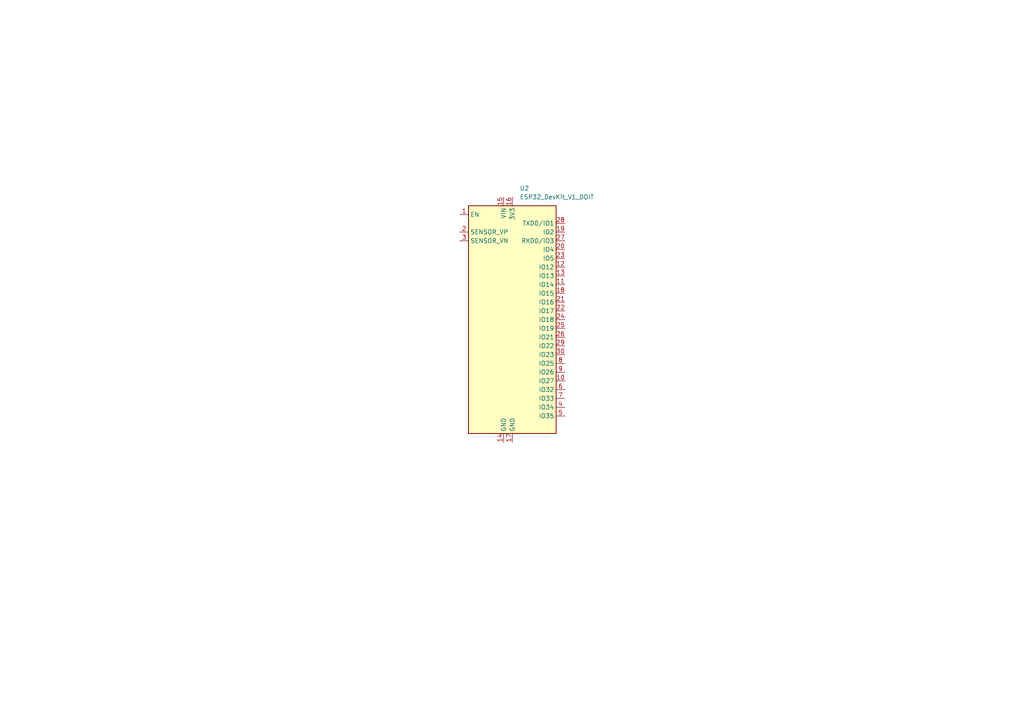
<source format=kicad_sch>
(kicad_sch (version 20250114) (generator "eeschema") (generator_version "9.0")
  (paper "A4")
  (lib_symbols
    (symbol "esp32_devkit_v1_doit:ESP32_DevKit_V1_DOIT"
      (property "Reference" "U" (at -11.43 34.29 0))
      (property "Value" "ESP32_DevKit_V1_DOIT" (at 11.43 34.29 0))
      (symbol "ESP32_DevKit_V1_DOIT_1_1"
        (rectangle (start -12.7 33.02) (end 12.7 -33.02) (stroke (width 0.254)) (fill (type background)))
        (pin input line (at -15.24 30.48 0) (length 2.54) (name "EN") (number "1"))
        (pin input line (at -15.24 25.4 0) (length 2.54) (name "SENSOR_VP") (number "2"))
        (pin input line (at -15.24 22.86 0) (length 2.54) (name "SENSOR_VN") (number "3"))
        (pin power_in line (at -2.54 35.56 270) (length 2.54) (name "VIN") (number "15"))
        (pin power_in line (at -2.54 -35.56 90) (length 2.54) (name "GND") (number "14"))
        (pin power_in line (at 0 35.56 270) (length 2.54) (name "3V3") (number "16"))
        (pin power_in line (at 0 -35.56 90) (length 2.54) (name "GND") (number "17"))
        (pin bidirectional line (at 15.24 27.94 180) (length 2.54) (name "TXD0/IO1") (number "28"))
        (pin bidirectional line (at 15.24 25.4 180) (length 2.54) (name "IO2") (number "19"))
        (pin bidirectional line (at 15.24 22.86 180) (length 2.54) (name "RXD0/IO3") (number "27"))
        (pin bidirectional line (at 15.24 20.32 180) (length 2.54) (name "IO4") (number "20"))
        (pin bidirectional line (at 15.24 17.78 180) (length 2.54) (name "IO5") (number "23"))
        (pin bidirectional line (at 15.24 15.24 180) (length 2.54) (name "IO12") (number "12"))
        (pin bidirectional line (at 15.24 12.7 180) (length 2.54) (name "IO13") (number "13"))
        (pin bidirectional line (at 15.24 10.16 180) (length 2.54) (name "IO14") (number "11"))
        (pin bidirectional line (at 15.24 7.62 180) (length 2.54) (name "IO15") (number "18"))
        (pin bidirectional line (at 15.24 5.08 180) (length 2.54) (name "IO16") (number "21"))
        (pin bidirectional line (at 15.24 2.54 180) (length 2.54) (name "IO17") (number "22"))
        (pin bidirectional line (at 15.24 0 180) (length 2.54) (name "IO18") (number "24"))
        (pin bidirectional line (at 15.24 -2.54 180) (length 2.54) (name "IO19") (number "25"))
        (pin bidirectional line (at 15.24 -5.08 180) (length 2.54) (name "IO21") (number "26"))
        (pin bidirectional line (at 15.24 -7.62 180) (length 2.54) (name "IO22") (number "29"))
        (pin bidirectional line (at 15.24 -10.16 180) (length 2.54) (name "IO23") (number "30"))
        (pin bidirectional line (at 15.24 -12.7 180) (length 2.54) (name "IO25") (number "8"))
        (pin bidirectional line (at 15.24 -15.24 180) (length 2.54) (name "IO26") (number "9"))
        (pin bidirectional line (at 15.24 -17.78 180) (length 2.54) (name "IO27") (number "10"))
        (pin bidirectional line (at 15.24 -20.32 180) (length 2.54) (name "IO32") (number "6"))
        (pin bidirectional line (at 15.24 -22.86 180) (length 2.54) (name "IO33") (number "7"))
        (pin input line (at 15.24 -25.4 180) (length 2.54) (name "IO34") (number "4"))
        (pin input line (at 15.24 -27.94 180) (length 2.54) (name "IO35") (number "5"))
      )
    )
  )
  (symbol (lib_id "esp32_devkit_v1_doit:ESP32_DevKit_V1_DOIT") (at 148.59 92.71 0) (unit 1)
    (property "Reference" "U2" (at 150.7333 54.61 0) (effects (justify left)))
    (property "Value" "ESP32_DevKit_V1_DOIT" (at 150.7333 57.15 0) (effects (justify left)))
    (property "Footprint" "doit-esp32-devkit:esp32_devkit_v1_doit" (effects (hide yes)))
    (property "Description" "32-bit microcontroller module with WiFi and Bluetooth" (effects (hide yes)))
  )
)
</source>
